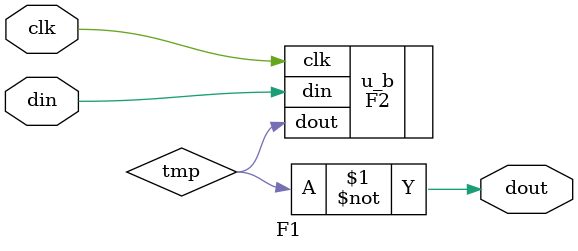
<source format=v>

module F1
  (input clk,
   input  din,
   output dout
   );
   // verilator foreign_module
   wire   tmp;
   F2 u_b(.clk(clk),
	  .din(din),
	  .dout(tmp));
   assign dout = ~tmp;
endmodule

</source>
